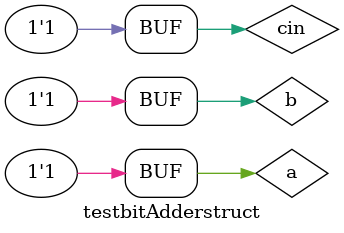
<source format=v>
`timescale 1ns / 1ps


module testbitAdderstruct;

	// Inputs
	reg a;
	reg b;
	reg cin;

	// Outputs
	wire sum;
	wire cout;

	// Instantiate the Unit Under Test (UUT)
	bitAdderstruct uut (
		.a(a), 
		.b(b), 
		.cin(cin), 
		.sum(sum), 
		.cout(cout)
	);

	initial begin
		// Initialize Inputs
		a = 0;
		b = 0;
		cin = 0;

		// Wait 100 ns for global reset to finish
		#50;
      a = 0;
		b = 0;
		cin = 1;
		#50;
		a = 0;
		b = 1;
		cin = 1;
		#50;
		a = 1;
		b = 1;
		cin = 1;
		#50;
		// Add stimulus here

	end
      
endmodule


</source>
